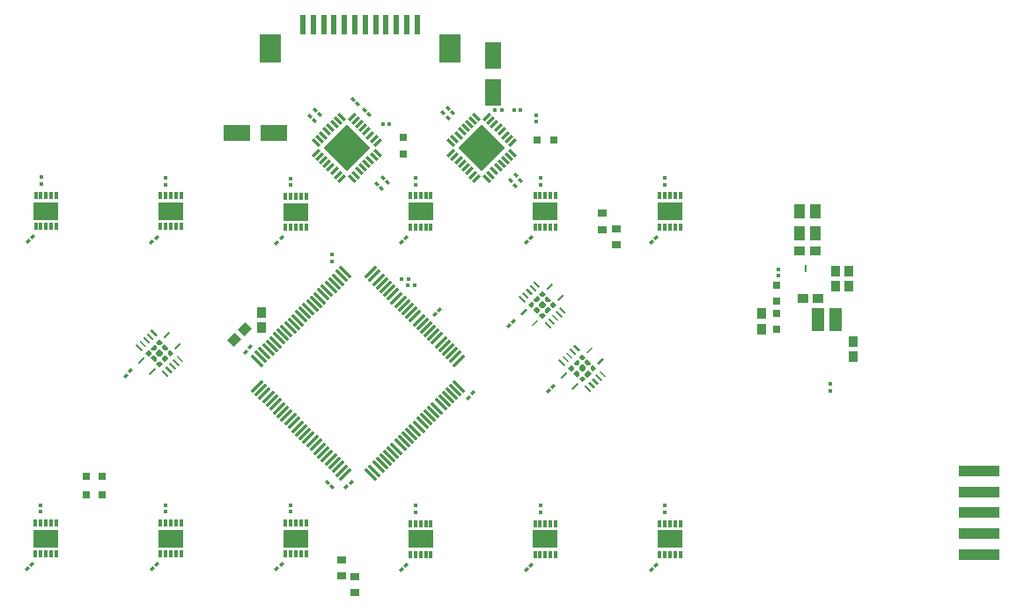
<source format=gtp>
G04*
G04 #@! TF.GenerationSoftware,Altium Limited,Altium Designer,25.8.1 (18)*
G04*
G04 Layer_Color=8421504*
%FSLAX25Y25*%
%MOIN*%
G70*
G04*
G04 #@! TF.SameCoordinates,05C96C20-E816-43A1-9C29-CF923D7A875C*
G04*
G04*
G04 #@! TF.FilePolarity,Positive*
G04*
G01*
G75*
%ADD17R,0.03740X0.03959*%
%ADD18R,0.01300X0.01600*%
%ADD19R,0.03150X0.02975*%
%ADD20R,0.04016X0.05787*%
%ADD21R,0.01000X0.03000*%
%ADD22R,0.03959X0.03740*%
%ADD23R,0.04724X0.09055*%
G04:AMPARAMS|DCode=24|XSize=39.59mil|YSize=37.4mil|CornerRadius=0mil|HoleSize=0mil|Usage=FLASHONLY|Rotation=225.000|XOffset=0mil|YOffset=0mil|HoleType=Round|Shape=Rectangle|*
%AMROTATEDRECTD24*
4,1,4,0.00077,0.02722,0.02722,0.00077,-0.00077,-0.02722,-0.02722,-0.00077,0.00077,0.02722,0.0*
%
%ADD24ROTATEDRECTD24*%

G04:AMPARAMS|DCode=25|XSize=16mil|YSize=13mil|CornerRadius=0mil|HoleSize=0mil|Usage=FLASHONLY|Rotation=135.000|XOffset=0mil|YOffset=0mil|HoleType=Round|Shape=Rectangle|*
%AMROTATEDRECTD25*
4,1,4,0.01025,-0.00106,0.00106,-0.01025,-0.01025,0.00106,-0.00106,0.01025,0.01025,-0.00106,0.0*
%
%ADD25ROTATEDRECTD25*%

%ADD26R,0.01600X0.01300*%
G04:AMPARAMS|DCode=27|XSize=16mil|YSize=13mil|CornerRadius=0mil|HoleSize=0mil|Usage=FLASHONLY|Rotation=225.000|XOffset=0mil|YOffset=0mil|HoleType=Round|Shape=Rectangle|*
%AMROTATEDRECTD27*
4,1,4,0.00106,0.01025,0.01025,0.00106,-0.00106,-0.01025,-0.01025,-0.00106,0.00106,0.01025,0.0*
%
%ADD27ROTATEDRECTD27*%

G04:AMPARAMS|DCode=28|XSize=58.07mil|YSize=11.81mil|CornerRadius=0mil|HoleSize=0mil|Usage=FLASHONLY|Rotation=315.000|XOffset=0mil|YOffset=0mil|HoleType=Round|Shape=Rectangle|*
%AMROTATEDRECTD28*
4,1,4,-0.02471,0.01636,-0.01636,0.02471,0.02471,-0.01636,0.01636,-0.02471,-0.02471,0.01636,0.0*
%
%ADD28ROTATEDRECTD28*%

G04:AMPARAMS|DCode=29|XSize=58.07mil|YSize=11.81mil|CornerRadius=0mil|HoleSize=0mil|Usage=FLASHONLY|Rotation=225.000|XOffset=0mil|YOffset=0mil|HoleType=Round|Shape=Rectangle|*
%AMROTATEDRECTD29*
4,1,4,0.01636,0.02471,0.02471,0.01636,-0.01636,-0.02471,-0.02471,-0.01636,0.01636,0.02471,0.0*
%
%ADD29ROTATEDRECTD29*%

%ADD30R,0.08268X0.11024*%
%ADD31R,0.02362X0.07480*%
%ADD32P,0.00141X4X180.0*%
%ADD33R,0.03200X0.03000*%
%ADD34R,0.02975X0.03150*%
G04:AMPARAMS|DCode=35|XSize=33.47mil|YSize=11.81mil|CornerRadius=0mil|HoleSize=0mil|Usage=FLASHONLY|Rotation=45.000|XOffset=0mil|YOffset=0mil|HoleType=Round|Shape=Rectangle|*
%AMROTATEDRECTD35*
4,1,4,-0.00766,-0.01601,-0.01601,-0.00766,0.00766,0.01601,0.01601,0.00766,-0.00766,-0.01601,0.0*
%
%ADD35ROTATEDRECTD35*%

%ADD36P,0.17817X4X180.0*%
G04:AMPARAMS|DCode=37|XSize=33.47mil|YSize=11.81mil|CornerRadius=0mil|HoleSize=0mil|Usage=FLASHONLY|Rotation=135.000|XOffset=0mil|YOffset=0mil|HoleType=Round|Shape=Rectangle|*
%AMROTATEDRECTD37*
4,1,4,0.01601,-0.00766,0.00766,-0.01601,-0.01601,0.00766,-0.00766,0.01601,0.01601,-0.00766,0.0*
%
%ADD37ROTATEDRECTD37*%

%ADD38R,0.06299X0.10236*%
%ADD39R,0.10236X0.06299*%
%ADD40R,0.09764X0.06890*%
%ADD41R,0.01181X0.03150*%
%ADD42R,0.15748X0.03937*%
G36*
X429464Y330931D02*
X428968Y330435D01*
X426884Y332518D01*
X427381Y333014D01*
X429464Y330931D01*
D02*
G37*
G36*
X434336Y331716D02*
X432253Y329633D01*
X431756Y330129D01*
X433839Y332212D01*
X434336Y331716D01*
D02*
G37*
G36*
X428072Y329539D02*
X427576Y329043D01*
X425492Y331126D01*
X425989Y331622D01*
X428072Y329539D01*
D02*
G37*
G36*
X426680Y328147D02*
X426184Y327651D01*
X424100Y329734D01*
X424597Y330230D01*
X426680Y328147D01*
D02*
G37*
G36*
X431585Y328035D02*
X430709Y327158D01*
X429921D01*
X429044Y328035D01*
X430315Y329306D01*
X431585Y328035D01*
D02*
G37*
G36*
X425288Y326755D02*
X424792Y326259D01*
X422709Y328342D01*
X423205Y328838D01*
X425288Y326755D01*
D02*
G37*
G36*
X438512Y327540D02*
X436428Y325457D01*
X435932Y325953D01*
X438015Y328036D01*
X438512Y327540D01*
D02*
G37*
G36*
X433778Y325843D02*
X432901Y324966D01*
X432113D01*
X431265Y325814D01*
Y326602D01*
X432142Y327478D01*
X433778Y325843D01*
D02*
G37*
G36*
X429364Y326602D02*
Y325814D01*
X428517Y324966D01*
X427729D01*
X426853Y325843D01*
X428488Y327478D01*
X429364Y326602D01*
D02*
G37*
G36*
X423896Y325363D02*
X423400Y324867D01*
X421317Y326950D01*
X421813Y327446D01*
X423896Y325363D01*
D02*
G37*
G36*
X431557Y324410D02*
Y323622D01*
X430709Y322774D01*
X429921D01*
X429073Y323622D01*
Y324410D01*
X429921Y325257D01*
X430709D01*
X431557Y324410D01*
D02*
G37*
G36*
X435605Y324016D02*
X434334Y322745D01*
X433458Y323622D01*
Y324410D01*
X434334Y325286D01*
X435605Y324016D01*
D02*
G37*
G36*
X427173Y324410D02*
Y323622D01*
X426296Y322745D01*
X425025Y324016D01*
X426296Y325286D01*
X427173Y324410D01*
D02*
G37*
G36*
X439313Y321082D02*
X438817Y320585D01*
X436734Y322668D01*
X437230Y323165D01*
X439313Y321082D01*
D02*
G37*
G36*
X433778Y322188D02*
X432142Y320553D01*
X431265Y321430D01*
Y322217D01*
X432113Y323065D01*
X432901D01*
X433778Y322188D01*
D02*
G37*
G36*
X429364Y322217D02*
Y321430D01*
X428488Y320553D01*
X426853Y322188D01*
X427729Y323065D01*
X428517D01*
X429364Y322217D01*
D02*
G37*
G36*
X424698Y322078D02*
X422615Y319995D01*
X422118Y320491D01*
X424201Y322574D01*
X424698Y322078D01*
D02*
G37*
G36*
X437921Y319690D02*
X437425Y319193D01*
X435342Y321276D01*
X435838Y321773D01*
X437921Y319690D01*
D02*
G37*
G36*
X431585Y319997D02*
X430315Y318726D01*
X429044Y319997D01*
X429921Y320873D01*
X430709D01*
X431585Y319997D01*
D02*
G37*
G36*
X436529Y318298D02*
X436033Y317801D01*
X433950Y319884D01*
X434446Y320381D01*
X436529Y318298D01*
D02*
G37*
G36*
X435138Y316906D02*
X434641Y316409D01*
X432558Y318493D01*
X433054Y318989D01*
X435138Y316906D01*
D02*
G37*
G36*
X428874Y317902D02*
X426791Y315819D01*
X426294Y316316D01*
X428377Y318399D01*
X428874Y317902D01*
D02*
G37*
G36*
X433745Y315514D02*
X433249Y315017D01*
X431166Y317101D01*
X431662Y317597D01*
X433745Y315514D01*
D02*
G37*
G36*
X284582Y312597D02*
X284086Y312101D01*
X282002Y314184D01*
X282499Y314680D01*
X284582Y312597D01*
D02*
G37*
G36*
X289454Y313382D02*
X287371Y311299D01*
X286874Y311795D01*
X288957Y313879D01*
X289454Y313382D01*
D02*
G37*
G36*
X283190Y311205D02*
X282694Y310709D01*
X280611Y312792D01*
X281107Y313288D01*
X283190Y311205D01*
D02*
G37*
G36*
X281798Y309813D02*
X281302Y309317D01*
X279219Y311400D01*
X279715Y311896D01*
X281798Y309813D01*
D02*
G37*
G36*
X286703Y309701D02*
X285827Y308824D01*
X285039D01*
X284163Y309701D01*
X285433Y310972D01*
X286703Y309701D01*
D02*
G37*
G36*
X280406Y308421D02*
X279910Y307925D01*
X277827Y310008D01*
X278323Y310505D01*
X280406Y308421D01*
D02*
G37*
G36*
X293630Y309206D02*
X291547Y307123D01*
X291050Y307620D01*
X293133Y309703D01*
X293630Y309206D01*
D02*
G37*
G36*
X288896Y307509D02*
X288019Y306632D01*
X287231D01*
X286384Y307480D01*
Y308268D01*
X287260Y309144D01*
X288896Y307509D01*
D02*
G37*
G36*
X284483Y308268D02*
Y307480D01*
X283635Y306632D01*
X282847D01*
X281971Y307509D01*
X283606Y309144D01*
X284483Y308268D01*
D02*
G37*
G36*
X279014Y307029D02*
X278518Y306533D01*
X276435Y308616D01*
X276931Y309113D01*
X279014Y307029D01*
D02*
G37*
G36*
X444648Y306915D02*
X444152Y306419D01*
X442068Y308502D01*
X442565Y308998D01*
X444648Y306915D01*
D02*
G37*
G36*
X449520Y307700D02*
X447437Y305617D01*
X446940Y306114D01*
X449023Y308197D01*
X449520Y307700D01*
D02*
G37*
G36*
X443256Y305523D02*
X442760Y305027D01*
X440677Y307110D01*
X441173Y307606D01*
X443256Y305523D01*
D02*
G37*
G36*
X286675Y306076D02*
Y305288D01*
X285827Y304440D01*
X285039D01*
X284191Y305288D01*
Y306076D01*
X285039Y306924D01*
X285827D01*
X286675Y306076D01*
D02*
G37*
G36*
X290723Y305682D02*
X289452Y304412D01*
X288576Y305288D01*
Y306076D01*
X289452Y306953D01*
X290723Y305682D01*
D02*
G37*
G36*
X282291Y306076D02*
Y305288D01*
X281414Y304412D01*
X280143Y305682D01*
X281414Y306953D01*
X282291Y306076D01*
D02*
G37*
G36*
X441864Y304131D02*
X441368Y303635D01*
X439285Y305718D01*
X439781Y306214D01*
X441864Y304131D01*
D02*
G37*
G36*
X446770Y304019D02*
X445893Y303142D01*
X445105D01*
X444229Y304019D01*
X445499Y305290D01*
X446770Y304019D01*
D02*
G37*
G36*
X294431Y302748D02*
X293935Y302251D01*
X291852Y304335D01*
X292348Y304831D01*
X294431Y302748D01*
D02*
G37*
G36*
X440472Y302739D02*
X439976Y302243D01*
X437893Y304326D01*
X438389Y304822D01*
X440472Y302739D01*
D02*
G37*
G36*
X288896Y303855D02*
X287260Y302220D01*
X286384Y303096D01*
Y303884D01*
X287231Y304731D01*
X288019D01*
X288896Y303855D01*
D02*
G37*
G36*
X284483Y303884D02*
Y303096D01*
X283606Y302220D01*
X281971Y303855D01*
X282847Y304731D01*
X283635D01*
X284483Y303884D01*
D02*
G37*
G36*
X279816Y303744D02*
X277733Y301661D01*
X277237Y302158D01*
X279320Y304241D01*
X279816Y303744D01*
D02*
G37*
G36*
X453696Y303524D02*
X451613Y301441D01*
X451116Y301938D01*
X453199Y304021D01*
X453696Y303524D01*
D02*
G37*
G36*
X448962Y301827D02*
X448085Y300951D01*
X447297D01*
X446450Y301798D01*
Y302586D01*
X447326Y303463D01*
X448962Y301827D01*
D02*
G37*
G36*
X444549Y302586D02*
Y301798D01*
X443701Y300951D01*
X442913D01*
X442037Y301827D01*
X443672Y303463D01*
X444549Y302586D01*
D02*
G37*
G36*
X293039Y301356D02*
X292543Y300859D01*
X290460Y302943D01*
X290956Y303439D01*
X293039Y301356D01*
D02*
G37*
G36*
X439080Y301347D02*
X438584Y300851D01*
X436501Y302934D01*
X436997Y303431D01*
X439080Y301347D01*
D02*
G37*
G36*
X286703Y301663D02*
X285433Y300392D01*
X284163Y301663D01*
X285039Y302539D01*
X285827D01*
X286703Y301663D01*
D02*
G37*
G36*
X291648Y299964D02*
X291151Y299467D01*
X289068Y301551D01*
X289564Y302047D01*
X291648Y299964D01*
D02*
G37*
G36*
X446741Y300394D02*
Y299606D01*
X445893Y298758D01*
X445105D01*
X444258Y299606D01*
Y300394D01*
X445105Y301242D01*
X445893D01*
X446741Y300394D01*
D02*
G37*
G36*
X450789Y300000D02*
X449518Y298729D01*
X448642Y299606D01*
Y300394D01*
X449518Y301271D01*
X450789Y300000D01*
D02*
G37*
G36*
X442357Y300394D02*
Y299606D01*
X441480Y298729D01*
X440209Y300000D01*
X441480Y301271D01*
X442357Y300394D01*
D02*
G37*
G36*
X290256Y298572D02*
X289759Y298076D01*
X287676Y300159D01*
X288172Y300655D01*
X290256Y298572D01*
D02*
G37*
G36*
X283992Y299569D02*
X281909Y297485D01*
X281412Y297982D01*
X283495Y300065D01*
X283992Y299569D01*
D02*
G37*
G36*
X288864Y297180D02*
X288367Y296684D01*
X286284Y298767D01*
X286781Y299263D01*
X288864Y297180D01*
D02*
G37*
G36*
X454497Y297066D02*
X454001Y296569D01*
X451918Y298653D01*
X452414Y299149D01*
X454497Y297066D01*
D02*
G37*
G36*
X448962Y298173D02*
X447326Y296537D01*
X446450Y297414D01*
Y298202D01*
X447297Y299049D01*
X448085D01*
X448962Y298173D01*
D02*
G37*
G36*
X444549Y298202D02*
Y297414D01*
X443672Y296537D01*
X442037Y298173D01*
X442913Y299049D01*
X443701D01*
X444549Y298202D01*
D02*
G37*
G36*
X439882Y298062D02*
X437799Y295979D01*
X437302Y296476D01*
X439386Y298559D01*
X439882Y298062D01*
D02*
G37*
G36*
X453105Y295674D02*
X452609Y295178D01*
X450526Y297261D01*
X451022Y297757D01*
X453105Y295674D01*
D02*
G37*
G36*
X446770Y295981D02*
X445499Y294710D01*
X444229Y295981D01*
X445105Y296858D01*
X445893D01*
X446770Y295981D01*
D02*
G37*
G36*
X451714Y294282D02*
X451217Y293786D01*
X449134Y295869D01*
X449630Y296365D01*
X451714Y294282D01*
D02*
G37*
G36*
X450322Y292890D02*
X449825Y292394D01*
X447742Y294477D01*
X448239Y294973D01*
X450322Y292890D01*
D02*
G37*
G36*
X444058Y293886D02*
X441975Y291803D01*
X441478Y292300D01*
X443562Y294383D01*
X444058Y293886D01*
D02*
G37*
G36*
X448930Y291498D02*
X448433Y291002D01*
X446350Y293085D01*
X446847Y293581D01*
X448930Y291498D01*
D02*
G37*
D17*
X546457Y336724D02*
D03*
Y330993D02*
D03*
X541339Y336724D02*
D03*
Y330993D02*
D03*
X548032Y309952D02*
D03*
Y304221D02*
D03*
X513386Y314851D02*
D03*
Y320582D02*
D03*
X324016Y315245D02*
D03*
Y320976D02*
D03*
D18*
X519685Y334970D02*
D03*
Y337471D02*
D03*
X539370Y291520D02*
D03*
Y294020D02*
D03*
X350787Y342982D02*
D03*
Y340482D02*
D03*
X240528Y245624D02*
D03*
Y248124D02*
D03*
X476803Y369423D02*
D03*
Y371923D02*
D03*
X429559Y369423D02*
D03*
Y371923D02*
D03*
X382315Y369423D02*
D03*
Y371923D02*
D03*
X335039Y369222D02*
D03*
Y371722D02*
D03*
X287748Y369423D02*
D03*
Y371923D02*
D03*
X476803Y245408D02*
D03*
X429559D02*
D03*
X382315D02*
D03*
X240850Y369773D02*
D03*
X335039Y245600D02*
D03*
X287795D02*
D03*
X476803Y247907D02*
D03*
X429559D02*
D03*
X427953Y393238D02*
D03*
X240850Y372273D02*
D03*
X382315Y247907D02*
D03*
X335039Y248100D02*
D03*
X287795D02*
D03*
X427953Y395738D02*
D03*
D19*
X518898Y320779D02*
D03*
Y314654D02*
D03*
Y331409D02*
D03*
Y325284D02*
D03*
X377559Y387314D02*
D03*
Y381190D02*
D03*
D20*
X527559Y359449D02*
D03*
X533858D02*
D03*
X527559Y351181D02*
D03*
X533858D02*
D03*
D21*
X530119Y337695D02*
D03*
D22*
X533574Y344488D02*
D03*
X527843D02*
D03*
X534755Y326378D02*
D03*
X529024D02*
D03*
D23*
X541535Y318504D02*
D03*
X534842D02*
D03*
D24*
X317774Y314625D02*
D03*
X313722Y310572D02*
D03*
D25*
X350884Y255022D02*
D03*
X349116Y256789D02*
D03*
X420376Y372931D02*
D03*
X422144Y371163D02*
D03*
X418407Y370963D02*
D03*
X420175Y369195D02*
D03*
X358565Y401671D02*
D03*
X360333Y399903D02*
D03*
X364663Y395967D02*
D03*
X362896Y397734D02*
D03*
X367620Y369781D02*
D03*
X369388Y368014D02*
D03*
X370079Y372047D02*
D03*
X371847Y370280D02*
D03*
X346160Y395967D02*
D03*
X344392Y397734D02*
D03*
X344191Y393604D02*
D03*
X342423Y395372D02*
D03*
X394785Y398522D02*
D03*
X392817Y396553D02*
D03*
X396553Y396754D02*
D03*
X394585Y394785D02*
D03*
D26*
X379596Y333858D02*
D03*
X377097D02*
D03*
X381959Y331496D02*
D03*
X379459D02*
D03*
X372510Y392520D02*
D03*
X370010D02*
D03*
X415029Y397638D02*
D03*
X412530D02*
D03*
X422116D02*
D03*
X419616D02*
D03*
D27*
X391435Y322144D02*
D03*
X389667Y320376D02*
D03*
X402266Y288880D02*
D03*
X404034Y290648D02*
D03*
X356203Y255022D02*
D03*
X357970Y256789D02*
D03*
X319781Y307970D02*
D03*
X318014Y306203D02*
D03*
X417620Y316045D02*
D03*
X419388Y317813D02*
D03*
X426112Y349510D02*
D03*
X424344Y347742D02*
D03*
X432677Y291339D02*
D03*
X434445Y293106D02*
D03*
X274506Y298915D02*
D03*
X272738Y297148D02*
D03*
X237081Y225711D02*
D03*
X235313Y223943D02*
D03*
X473356Y349510D02*
D03*
X471589Y347742D02*
D03*
X378868Y349510D02*
D03*
X377100Y347742D02*
D03*
X331592Y349309D02*
D03*
X329825Y347541D02*
D03*
X284301Y349510D02*
D03*
X282533Y347742D02*
D03*
X473356Y225494D02*
D03*
X426112D02*
D03*
X237403Y349860D02*
D03*
X378868Y225494D02*
D03*
X331592Y225687D02*
D03*
X284349D02*
D03*
X471589Y223726D02*
D03*
X235635Y348092D02*
D03*
X424344Y223726D02*
D03*
X377100D02*
D03*
X329825Y223919D02*
D03*
X282581D02*
D03*
D28*
X398875Y293193D02*
D03*
X397483Y291801D02*
D03*
X396091Y290409D02*
D03*
X394699Y289017D02*
D03*
X393307Y287625D02*
D03*
X391915Y286233D02*
D03*
X390523Y284841D02*
D03*
X389131Y283450D02*
D03*
X387739Y282058D02*
D03*
X386347Y280666D02*
D03*
X384956Y279274D02*
D03*
X383564Y277882D02*
D03*
X382172Y276490D02*
D03*
X380780Y275098D02*
D03*
X379388Y273706D02*
D03*
X377996Y272314D02*
D03*
X376604Y270922D02*
D03*
X375212Y269530D02*
D03*
X373820Y268138D02*
D03*
X372428Y266746D02*
D03*
X371036Y265354D02*
D03*
X369644Y263962D02*
D03*
X368252Y262570D02*
D03*
X366860Y261178D02*
D03*
X365468Y259787D02*
D03*
X322385Y302870D02*
D03*
X323777Y304262D02*
D03*
X325169Y305654D02*
D03*
X326561Y307046D02*
D03*
X327953Y308438D02*
D03*
X329345Y309830D02*
D03*
X330737Y311222D02*
D03*
X332129Y312614D02*
D03*
X333520Y314005D02*
D03*
X334912Y315397D02*
D03*
X336304Y316789D02*
D03*
X337696Y318181D02*
D03*
X339088Y319573D02*
D03*
X340480Y320965D02*
D03*
X341872Y322357D02*
D03*
X343264Y323749D02*
D03*
X344656Y325141D02*
D03*
X346048Y326533D02*
D03*
X347440Y327925D02*
D03*
X348832Y329317D02*
D03*
X350224Y330709D02*
D03*
X351616Y332101D02*
D03*
X353008Y333493D02*
D03*
X354400Y334885D02*
D03*
X355791Y336277D02*
D03*
D29*
Y259787D02*
D03*
X354400Y261178D02*
D03*
X353008Y262570D02*
D03*
X351616Y263962D02*
D03*
X350224Y265354D02*
D03*
X348832Y266746D02*
D03*
X347440Y268138D02*
D03*
X346048Y269530D02*
D03*
X344656Y270922D02*
D03*
X343264Y272314D02*
D03*
X340480Y275098D02*
D03*
X337696Y277882D02*
D03*
X336304Y279274D02*
D03*
X334912Y280666D02*
D03*
X333520Y282058D02*
D03*
X332129Y283450D02*
D03*
X330737Y284841D02*
D03*
X329345Y286233D02*
D03*
X327953Y287625D02*
D03*
X326561Y289017D02*
D03*
X325169Y290409D02*
D03*
X365468Y336277D02*
D03*
X366860Y334885D02*
D03*
X368252Y333493D02*
D03*
X369644Y332101D02*
D03*
X371036Y330709D02*
D03*
X372428Y329317D02*
D03*
X373820Y327925D02*
D03*
X375212Y326533D02*
D03*
X376604Y325141D02*
D03*
X377996Y323749D02*
D03*
X379388Y322357D02*
D03*
X380780Y320965D02*
D03*
X382172Y319573D02*
D03*
X383564Y318181D02*
D03*
X384956Y316789D02*
D03*
X386347Y315397D02*
D03*
X387739Y314005D02*
D03*
X389131Y312614D02*
D03*
X390523Y311222D02*
D03*
X391915Y309830D02*
D03*
X393307Y308438D02*
D03*
X394699Y307046D02*
D03*
X396091Y305654D02*
D03*
X397483Y304262D02*
D03*
X398875Y302870D02*
D03*
X322385Y293193D02*
D03*
X323777Y291801D02*
D03*
X341872Y273706D02*
D03*
X339088Y276490D02*
D03*
D30*
X395392Y420900D02*
D03*
X327282D02*
D03*
D31*
X367242Y430152D02*
D03*
X363305D02*
D03*
X359368D02*
D03*
X355431D02*
D03*
X351494D02*
D03*
X347557D02*
D03*
X343620Y430152D02*
D03*
X339683Y430152D02*
D03*
X375116D02*
D03*
X379053D02*
D03*
X371179Y430152D02*
D03*
X382990D02*
D03*
D32*
X285433Y305682D02*
D03*
X445499Y300000D02*
D03*
X430315Y324016D02*
D03*
D33*
X359449Y215060D02*
D03*
Y221160D02*
D03*
X458268Y346556D02*
D03*
Y352656D02*
D03*
X354331Y221359D02*
D03*
Y227460D02*
D03*
X453150Y352462D02*
D03*
Y358562D02*
D03*
D34*
X263692Y251969D02*
D03*
X257568D02*
D03*
Y259055D02*
D03*
X263692D02*
D03*
X434558Y386221D02*
D03*
X428434D02*
D03*
D35*
X363816Y389589D02*
D03*
X409429Y395157D02*
D03*
X410821Y393765D02*
D03*
X412213Y392373D02*
D03*
X413605Y390981D02*
D03*
X414997Y389589D02*
D03*
X416389Y388197D02*
D03*
X417781Y386805D02*
D03*
X419173Y385413D02*
D03*
X405532Y371772D02*
D03*
X404140Y373164D02*
D03*
X402748Y374556D02*
D03*
X401356Y375948D02*
D03*
X399964Y377340D02*
D03*
X398572Y378732D02*
D03*
X397180Y380124D02*
D03*
X395788Y381516D02*
D03*
X358248Y395157D02*
D03*
X359640Y393765D02*
D03*
X361032Y392373D02*
D03*
X362424Y390981D02*
D03*
X365208Y388197D02*
D03*
X366600Y386805D02*
D03*
X367991Y385413D02*
D03*
X354350Y371772D02*
D03*
X352959Y373164D02*
D03*
X351567Y374556D02*
D03*
X350175Y375948D02*
D03*
X348783Y377340D02*
D03*
X347391Y378732D02*
D03*
X345999Y380124D02*
D03*
X344607Y381516D02*
D03*
D36*
X407480Y383465D02*
D03*
X356299D02*
D03*
D37*
X395788Y385413D02*
D03*
X397180Y386805D02*
D03*
X398572Y388197D02*
D03*
X399964Y389589D02*
D03*
X401356Y390981D02*
D03*
X402748Y392373D02*
D03*
X404140Y393765D02*
D03*
X405532Y395157D02*
D03*
X419173Y381516D02*
D03*
X417781Y380124D02*
D03*
X416389Y378732D02*
D03*
X414997Y377340D02*
D03*
X413605Y375948D02*
D03*
X412213Y374556D02*
D03*
X410821Y373164D02*
D03*
X409429Y371772D02*
D03*
X344607Y385413D02*
D03*
X345999Y386805D02*
D03*
X347391Y388197D02*
D03*
X348783Y389589D02*
D03*
X350175Y390981D02*
D03*
X351567Y392373D02*
D03*
X352959Y393765D02*
D03*
X354350Y395157D02*
D03*
X367991Y381516D02*
D03*
X366600Y380124D02*
D03*
X365208Y378732D02*
D03*
X363816Y377340D02*
D03*
X362424Y375948D02*
D03*
X361032Y374556D02*
D03*
X359640Y373164D02*
D03*
X358248Y371772D02*
D03*
D38*
X411811Y404331D02*
D03*
Y418504D02*
D03*
D39*
X328740Y388976D02*
D03*
X314567D02*
D03*
D40*
X242480Y235524D02*
D03*
X478756Y359323D02*
D03*
X431512D02*
D03*
X384268D02*
D03*
X336992Y359122D02*
D03*
X478756Y235307D02*
D03*
X431512D02*
D03*
X289748Y359516D02*
D03*
X242500D02*
D03*
X384268Y235307D02*
D03*
X336992Y235500D02*
D03*
X289748D02*
D03*
D41*
X238543Y241429D02*
D03*
X240512D02*
D03*
X242480D02*
D03*
X244449D02*
D03*
X246417D02*
D03*
Y229618D02*
D03*
X244449D02*
D03*
X242480D02*
D03*
X240512D02*
D03*
X238543D02*
D03*
X474819Y365228D02*
D03*
X476787D02*
D03*
X478756D02*
D03*
X480724D02*
D03*
X482693D02*
D03*
Y353417D02*
D03*
X480724D02*
D03*
X478756D02*
D03*
X476787D02*
D03*
X474819D02*
D03*
X427575Y365228D02*
D03*
X429543D02*
D03*
X431512D02*
D03*
X433480D02*
D03*
X435449D02*
D03*
Y353417D02*
D03*
X433480D02*
D03*
X431512D02*
D03*
X429543D02*
D03*
X427575D02*
D03*
X380331Y365228D02*
D03*
X382299D02*
D03*
X384268D02*
D03*
X386236D02*
D03*
X388205D02*
D03*
Y353417D02*
D03*
X386236D02*
D03*
X384268D02*
D03*
X382299D02*
D03*
X380331D02*
D03*
X333055Y365028D02*
D03*
X335024D02*
D03*
X336992D02*
D03*
X338961D02*
D03*
X340929D02*
D03*
Y353217D02*
D03*
X338961D02*
D03*
X336992D02*
D03*
X335024D02*
D03*
X333055D02*
D03*
X478756Y241213D02*
D03*
X431512D02*
D03*
X384268D02*
D03*
X242500Y365421D02*
D03*
X336992Y241406D02*
D03*
X289748Y365421D02*
D03*
Y241406D02*
D03*
X480724Y241213D02*
D03*
X433480D02*
D03*
X386236D02*
D03*
X291717Y365421D02*
D03*
X244468D02*
D03*
X338961Y241406D02*
D03*
X291717D02*
D03*
X476787Y229402D02*
D03*
X293685Y365421D02*
D03*
X429543Y229402D02*
D03*
Y241213D02*
D03*
X476787D02*
D03*
X482693D02*
D03*
X474819Y229402D02*
D03*
X388205Y241213D02*
D03*
X382299D02*
D03*
X427575Y229402D02*
D03*
X287779Y365421D02*
D03*
X285811Y353610D02*
D03*
X240531Y365421D02*
D03*
X238563Y353610D02*
D03*
X335024Y241406D02*
D03*
X380331Y229402D02*
D03*
X333055Y229594D02*
D03*
X287779Y241406D02*
D03*
X293685D02*
D03*
X285811Y229594D02*
D03*
X435449Y241213D02*
D03*
X382299Y229402D02*
D03*
X340929Y241406D02*
D03*
X335024Y229594D02*
D03*
X478756Y229402D02*
D03*
X431512D02*
D03*
X246437Y365421D02*
D03*
X289748Y353610D02*
D03*
X287779D02*
D03*
X242500D02*
D03*
X240531D02*
D03*
X384268Y229402D02*
D03*
X336992Y229594D02*
D03*
X289748D02*
D03*
X287779D02*
D03*
X285811Y241406D02*
D03*
X293685Y229594D02*
D03*
X291717D02*
D03*
X333055Y241406D02*
D03*
X340929Y229594D02*
D03*
X338961D02*
D03*
X380331Y241213D02*
D03*
X388205Y229402D02*
D03*
X386236D02*
D03*
X427575Y241213D02*
D03*
X435449Y229402D02*
D03*
X433480D02*
D03*
X474819Y241213D02*
D03*
X482693Y229402D02*
D03*
X480724D02*
D03*
X238563Y365421D02*
D03*
X246437Y353610D02*
D03*
X244468D02*
D03*
X285811Y365421D02*
D03*
X293685Y353610D02*
D03*
X291717D02*
D03*
D42*
X595669Y229528D02*
D03*
X595669Y237402D02*
D03*
X595669Y261024D02*
D03*
X595669Y253150D02*
D03*
X595669Y245276D02*
D03*
M02*

</source>
